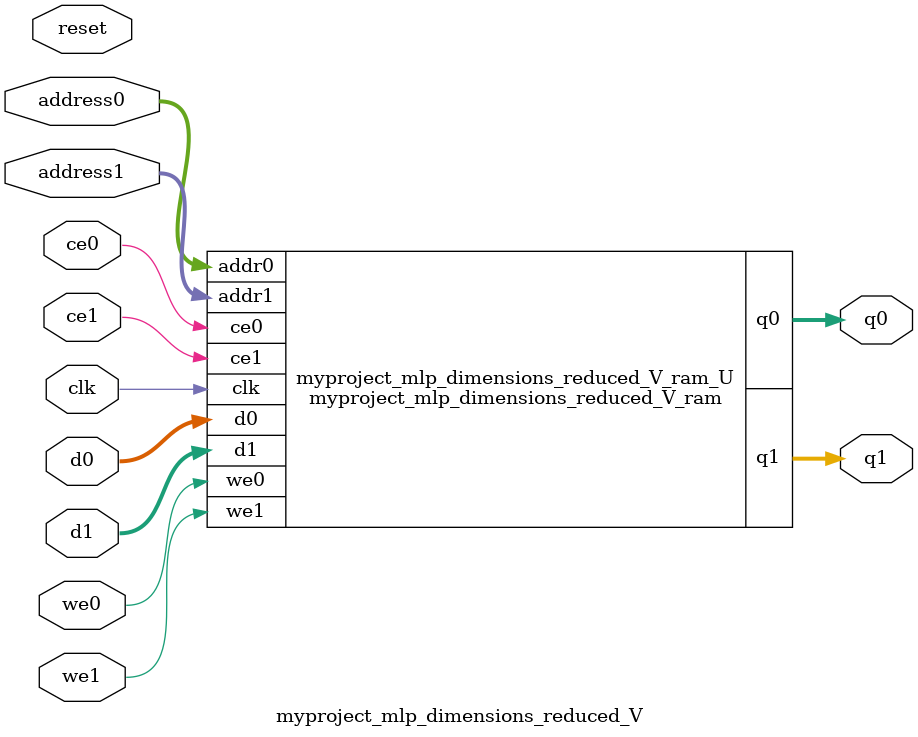
<source format=v>
`timescale 1 ns / 1 ps
module myproject_mlp_dimensions_reduced_V_ram (addr0, ce0, d0, we0, q0, addr1, ce1, d1, we1, q1,  clk);

parameter DWIDTH = 35;
parameter AWIDTH = 4;
parameter MEM_SIZE = 16;

input[AWIDTH-1:0] addr0;
input ce0;
input[DWIDTH-1:0] d0;
input we0;
output reg[DWIDTH-1:0] q0;
input[AWIDTH-1:0] addr1;
input ce1;
input[DWIDTH-1:0] d1;
input we1;
output reg[DWIDTH-1:0] q1;
input clk;

(* ram_style = "block" *)reg [DWIDTH-1:0] ram[0:MEM_SIZE-1];




always @(posedge clk)  
begin 
    if (ce0) begin
        if (we0) 
            ram[addr0] <= d0; 
        q0 <= ram[addr0];
    end
end


always @(posedge clk)  
begin 
    if (ce1) begin
        if (we1) 
            ram[addr1] <= d1; 
        q1 <= ram[addr1];
    end
end


endmodule

`timescale 1 ns / 1 ps
module myproject_mlp_dimensions_reduced_V(
    reset,
    clk,
    address0,
    ce0,
    we0,
    d0,
    q0,
    address1,
    ce1,
    we1,
    d1,
    q1);

parameter DataWidth = 32'd35;
parameter AddressRange = 32'd16;
parameter AddressWidth = 32'd4;
input reset;
input clk;
input[AddressWidth - 1:0] address0;
input ce0;
input we0;
input[DataWidth - 1:0] d0;
output[DataWidth - 1:0] q0;
input[AddressWidth - 1:0] address1;
input ce1;
input we1;
input[DataWidth - 1:0] d1;
output[DataWidth - 1:0] q1;



myproject_mlp_dimensions_reduced_V_ram myproject_mlp_dimensions_reduced_V_ram_U(
    .clk( clk ),
    .addr0( address0 ),
    .ce0( ce0 ),
    .we0( we0 ),
    .d0( d0 ),
    .q0( q0 ),
    .addr1( address1 ),
    .ce1( ce1 ),
    .we1( we1 ),
    .d1( d1 ),
    .q1( q1 ));

endmodule


</source>
